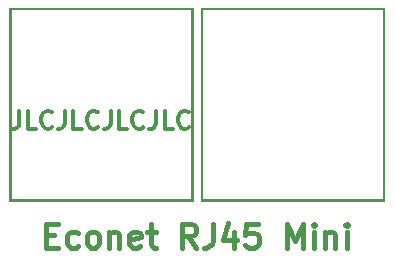
<source format=gbr>
%TF.GenerationSoftware,KiCad,Pcbnew,(6.0.11)*%
%TF.CreationDate,2024-01-24T22:10:28+00:00*%
%TF.ProjectId,Econet_RJ45_Mini,45636f6e-6574-45f5-924a-34355f4d696e,rev?*%
%TF.SameCoordinates,Original*%
%TF.FileFunction,Legend,Top*%
%TF.FilePolarity,Positive*%
%FSLAX46Y46*%
G04 Gerber Fmt 4.6, Leading zero omitted, Abs format (unit mm)*
G04 Created by KiCad (PCBNEW (6.0.11)) date 2024-01-24 22:10:28*
%MOMM*%
%LPD*%
G01*
G04 APERTURE LIST*
%ADD10C,0.400000*%
%ADD11C,0.300000*%
%ADD12C,0.010000*%
G04 APERTURE END LIST*
D10*
X153205714Y-60327142D02*
X153872380Y-60327142D01*
X154158095Y-61374761D02*
X153205714Y-61374761D01*
X153205714Y-59374761D01*
X154158095Y-59374761D01*
X155872380Y-61279523D02*
X155681904Y-61374761D01*
X155300952Y-61374761D01*
X155110476Y-61279523D01*
X155015238Y-61184285D01*
X154920000Y-60993809D01*
X154920000Y-60422380D01*
X155015238Y-60231904D01*
X155110476Y-60136666D01*
X155300952Y-60041428D01*
X155681904Y-60041428D01*
X155872380Y-60136666D01*
X157015238Y-61374761D02*
X156824761Y-61279523D01*
X156729523Y-61184285D01*
X156634285Y-60993809D01*
X156634285Y-60422380D01*
X156729523Y-60231904D01*
X156824761Y-60136666D01*
X157015238Y-60041428D01*
X157300952Y-60041428D01*
X157491428Y-60136666D01*
X157586666Y-60231904D01*
X157681904Y-60422380D01*
X157681904Y-60993809D01*
X157586666Y-61184285D01*
X157491428Y-61279523D01*
X157300952Y-61374761D01*
X157015238Y-61374761D01*
X158539047Y-60041428D02*
X158539047Y-61374761D01*
X158539047Y-60231904D02*
X158634285Y-60136666D01*
X158824761Y-60041428D01*
X159110476Y-60041428D01*
X159300952Y-60136666D01*
X159396190Y-60327142D01*
X159396190Y-61374761D01*
X161110476Y-61279523D02*
X160920000Y-61374761D01*
X160539047Y-61374761D01*
X160348571Y-61279523D01*
X160253333Y-61089047D01*
X160253333Y-60327142D01*
X160348571Y-60136666D01*
X160539047Y-60041428D01*
X160920000Y-60041428D01*
X161110476Y-60136666D01*
X161205714Y-60327142D01*
X161205714Y-60517619D01*
X160253333Y-60708095D01*
X161777142Y-60041428D02*
X162539047Y-60041428D01*
X162062857Y-59374761D02*
X162062857Y-61089047D01*
X162158095Y-61279523D01*
X162348571Y-61374761D01*
X162539047Y-61374761D01*
X165872380Y-61374761D02*
X165205714Y-60422380D01*
X164729523Y-61374761D02*
X164729523Y-59374761D01*
X165491428Y-59374761D01*
X165681904Y-59470000D01*
X165777142Y-59565238D01*
X165872380Y-59755714D01*
X165872380Y-60041428D01*
X165777142Y-60231904D01*
X165681904Y-60327142D01*
X165491428Y-60422380D01*
X164729523Y-60422380D01*
X167300952Y-59374761D02*
X167300952Y-60803333D01*
X167205714Y-61089047D01*
X167015238Y-61279523D01*
X166729523Y-61374761D01*
X166539047Y-61374761D01*
X169110476Y-60041428D02*
X169110476Y-61374761D01*
X168634285Y-59279523D02*
X168158095Y-60708095D01*
X169396190Y-60708095D01*
X171110476Y-59374761D02*
X170158095Y-59374761D01*
X170062857Y-60327142D01*
X170158095Y-60231904D01*
X170348571Y-60136666D01*
X170824761Y-60136666D01*
X171015238Y-60231904D01*
X171110476Y-60327142D01*
X171205714Y-60517619D01*
X171205714Y-60993809D01*
X171110476Y-61184285D01*
X171015238Y-61279523D01*
X170824761Y-61374761D01*
X170348571Y-61374761D01*
X170158095Y-61279523D01*
X170062857Y-61184285D01*
X173586666Y-61374761D02*
X173586666Y-59374761D01*
X174253333Y-60803333D01*
X174920000Y-59374761D01*
X174920000Y-61374761D01*
X175872380Y-61374761D02*
X175872380Y-60041428D01*
X175872380Y-59374761D02*
X175777142Y-59470000D01*
X175872380Y-59565238D01*
X175967619Y-59470000D01*
X175872380Y-59374761D01*
X175872380Y-59565238D01*
X176824761Y-60041428D02*
X176824761Y-61374761D01*
X176824761Y-60231904D02*
X176920000Y-60136666D01*
X177110476Y-60041428D01*
X177396190Y-60041428D01*
X177586666Y-60136666D01*
X177681904Y-60327142D01*
X177681904Y-61374761D01*
X178634285Y-61374761D02*
X178634285Y-60041428D01*
X178634285Y-59374761D02*
X178539047Y-59470000D01*
X178634285Y-59565238D01*
X178729523Y-59470000D01*
X178634285Y-59374761D01*
X178634285Y-59565238D01*
D11*
X150931428Y-49798571D02*
X150931428Y-50870000D01*
X150860000Y-51084285D01*
X150717142Y-51227142D01*
X150502857Y-51298571D01*
X150360000Y-51298571D01*
X152360000Y-51298571D02*
X151645714Y-51298571D01*
X151645714Y-49798571D01*
X153717142Y-51155714D02*
X153645714Y-51227142D01*
X153431428Y-51298571D01*
X153288571Y-51298571D01*
X153074285Y-51227142D01*
X152931428Y-51084285D01*
X152860000Y-50941428D01*
X152788571Y-50655714D01*
X152788571Y-50441428D01*
X152860000Y-50155714D01*
X152931428Y-50012857D01*
X153074285Y-49870000D01*
X153288571Y-49798571D01*
X153431428Y-49798571D01*
X153645714Y-49870000D01*
X153717142Y-49941428D01*
X154788571Y-49798571D02*
X154788571Y-50870000D01*
X154717142Y-51084285D01*
X154574285Y-51227142D01*
X154360000Y-51298571D01*
X154217142Y-51298571D01*
X156217142Y-51298571D02*
X155502857Y-51298571D01*
X155502857Y-49798571D01*
X157574285Y-51155714D02*
X157502857Y-51227142D01*
X157288571Y-51298571D01*
X157145714Y-51298571D01*
X156931428Y-51227142D01*
X156788571Y-51084285D01*
X156717142Y-50941428D01*
X156645714Y-50655714D01*
X156645714Y-50441428D01*
X156717142Y-50155714D01*
X156788571Y-50012857D01*
X156931428Y-49870000D01*
X157145714Y-49798571D01*
X157288571Y-49798571D01*
X157502857Y-49870000D01*
X157574285Y-49941428D01*
X158645714Y-49798571D02*
X158645714Y-50870000D01*
X158574285Y-51084285D01*
X158431428Y-51227142D01*
X158217142Y-51298571D01*
X158074285Y-51298571D01*
X160074285Y-51298571D02*
X159360000Y-51298571D01*
X159360000Y-49798571D01*
X161431428Y-51155714D02*
X161360000Y-51227142D01*
X161145714Y-51298571D01*
X161002857Y-51298571D01*
X160788571Y-51227142D01*
X160645714Y-51084285D01*
X160574285Y-50941428D01*
X160502857Y-50655714D01*
X160502857Y-50441428D01*
X160574285Y-50155714D01*
X160645714Y-50012857D01*
X160788571Y-49870000D01*
X161002857Y-49798571D01*
X161145714Y-49798571D01*
X161360000Y-49870000D01*
X161431428Y-49941428D01*
X162502857Y-49798571D02*
X162502857Y-50870000D01*
X162431428Y-51084285D01*
X162288571Y-51227142D01*
X162074285Y-51298571D01*
X161931428Y-51298571D01*
X163931428Y-51298571D02*
X163217142Y-51298571D01*
X163217142Y-49798571D01*
X165288571Y-51155714D02*
X165217142Y-51227142D01*
X165002857Y-51298571D01*
X164860000Y-51298571D01*
X164645714Y-51227142D01*
X164502857Y-51084285D01*
X164431428Y-50941428D01*
X164360000Y-50655714D01*
X164360000Y-50441428D01*
X164431428Y-50155714D01*
X164502857Y-50012857D01*
X164645714Y-49870000D01*
X164860000Y-49798571D01*
X165002857Y-49798571D01*
X165217142Y-49870000D01*
X165288571Y-49941428D01*
%TO.C,J2*%
G36*
X166271833Y-57400333D02*
G01*
X166271833Y-57273333D01*
X166377667Y-57273333D01*
X181681167Y-57273333D01*
X181681167Y-41165499D01*
X166377667Y-41165499D01*
X166377667Y-57273333D01*
X166271833Y-57273333D01*
X166271833Y-41059666D01*
X181808167Y-41059666D01*
X181808167Y-57400333D01*
X166271833Y-57400333D01*
G37*
D12*
X166271833Y-57400333D02*
X166271833Y-57273333D01*
X166377667Y-57273333D01*
X181681167Y-57273333D01*
X181681167Y-41165499D01*
X166377667Y-41165499D01*
X166377667Y-57273333D01*
X166271833Y-57273333D01*
X166271833Y-41059666D01*
X181808167Y-41059666D01*
X181808167Y-57400333D01*
X166271833Y-57400333D01*
%TO.C,J1*%
G36*
X150091833Y-57400333D02*
G01*
X150091833Y-57273333D01*
X150197667Y-57273333D01*
X165501167Y-57273333D01*
X165501167Y-41165499D01*
X150197667Y-41165499D01*
X150197667Y-57273333D01*
X150091833Y-57273333D01*
X150091833Y-41059666D01*
X165628167Y-41059666D01*
X165628167Y-57400333D01*
X150091833Y-57400333D01*
G37*
X150091833Y-57400333D02*
X150091833Y-57273333D01*
X150197667Y-57273333D01*
X165501167Y-57273333D01*
X165501167Y-41165499D01*
X150197667Y-41165499D01*
X150197667Y-57273333D01*
X150091833Y-57273333D01*
X150091833Y-41059666D01*
X165628167Y-41059666D01*
X165628167Y-57400333D01*
X150091833Y-57400333D01*
%TD*%
M02*

</source>
